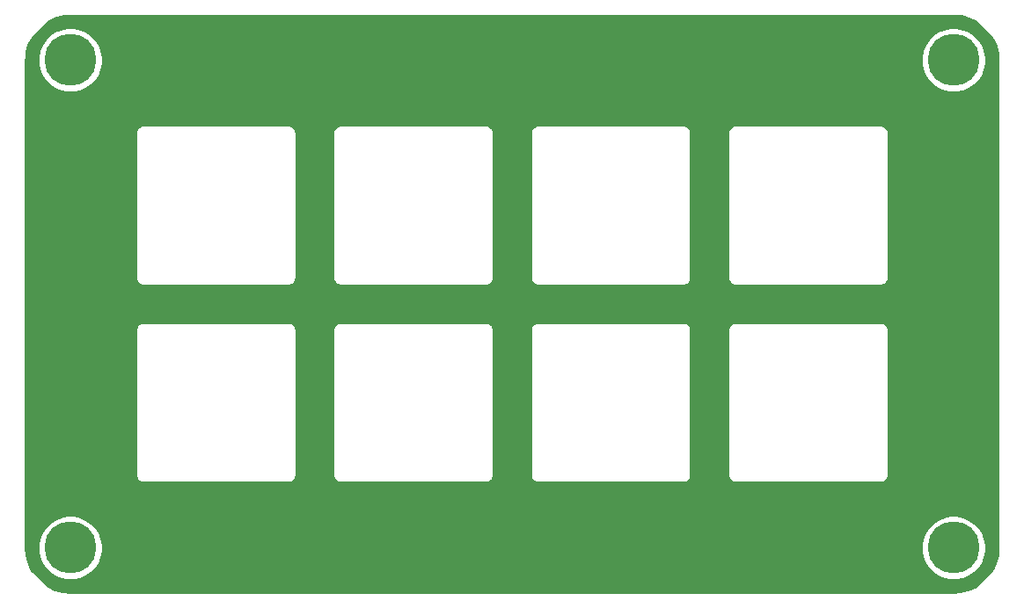
<source format=gbr>
G04 #@! TF.GenerationSoftware,KiCad,Pcbnew,5.1.2-f72e74a~84~ubuntu18.04.1*
G04 #@! TF.CreationDate,2019-06-08T15:54:07-04:00*
G04 #@! TF.ProjectId,8-key-top-plate-1.2,382d6b65-792d-4746-9f70-2d706c617465,rev?*
G04 #@! TF.SameCoordinates,Original*
G04 #@! TF.FileFunction,Copper,L2,Bot*
G04 #@! TF.FilePolarity,Positive*
%FSLAX46Y46*%
G04 Gerber Fmt 4.6, Leading zero omitted, Abs format (unit mm)*
G04 Created by KiCad (PCBNEW 5.1.2-f72e74a~84~ubuntu18.04.1) date 2019-06-08 15:54:07*
%MOMM*%
%LPD*%
G04 APERTURE LIST*
%ADD10C,5.000000*%
%ADD11C,0.254000*%
G04 APERTURE END LIST*
D10*
X226000000Y-74000000D03*
X226000000Y-121000000D03*
X141000000Y-121000000D03*
X141000000Y-74000000D03*
D11*
G36*
X226759192Y-69780578D02*
G01*
X227494389Y-69981705D01*
X228082717Y-70262323D01*
X229758332Y-71937938D01*
X230063251Y-72632561D01*
X230242499Y-73379183D01*
X230290000Y-74026030D01*
X230290001Y-120968370D01*
X230219422Y-121759193D01*
X230018295Y-122494389D01*
X229737677Y-123082717D01*
X228062063Y-124758331D01*
X227367439Y-125063251D01*
X226620819Y-125242499D01*
X225973970Y-125290000D01*
X141031618Y-125290000D01*
X140240807Y-125219422D01*
X139505611Y-125018295D01*
X138917283Y-124737677D01*
X137241669Y-123062063D01*
X136936749Y-122367439D01*
X136757501Y-121620819D01*
X136710000Y-120973970D01*
X136710000Y-120691229D01*
X137865000Y-120691229D01*
X137865000Y-121308771D01*
X137985476Y-121914446D01*
X138221799Y-122484979D01*
X138564886Y-122998446D01*
X139001554Y-123435114D01*
X139515021Y-123778201D01*
X140085554Y-124014524D01*
X140691229Y-124135000D01*
X141308771Y-124135000D01*
X141914446Y-124014524D01*
X142484979Y-123778201D01*
X142998446Y-123435114D01*
X143435114Y-122998446D01*
X143778201Y-122484979D01*
X144014524Y-121914446D01*
X144135000Y-121308771D01*
X144135000Y-120691229D01*
X222865000Y-120691229D01*
X222865000Y-121308771D01*
X222985476Y-121914446D01*
X223221799Y-122484979D01*
X223564886Y-122998446D01*
X224001554Y-123435114D01*
X224515021Y-123778201D01*
X225085554Y-124014524D01*
X225691229Y-124135000D01*
X226308771Y-124135000D01*
X226914446Y-124014524D01*
X227484979Y-123778201D01*
X227998446Y-123435114D01*
X228435114Y-122998446D01*
X228778201Y-122484979D01*
X229014524Y-121914446D01*
X229135000Y-121308771D01*
X229135000Y-120691229D01*
X229014524Y-120085554D01*
X228778201Y-119515021D01*
X228435114Y-119001554D01*
X227998446Y-118564886D01*
X227484979Y-118221799D01*
X226914446Y-117985476D01*
X226308771Y-117865000D01*
X225691229Y-117865000D01*
X225085554Y-117985476D01*
X224515021Y-118221799D01*
X224001554Y-118564886D01*
X223564886Y-119001554D01*
X223221799Y-119515021D01*
X222985476Y-120085554D01*
X222865000Y-120691229D01*
X144135000Y-120691229D01*
X144014524Y-120085554D01*
X143778201Y-119515021D01*
X143435114Y-119001554D01*
X142998446Y-118564886D01*
X142484979Y-118221799D01*
X141914446Y-117985476D01*
X141308771Y-117865000D01*
X140691229Y-117865000D01*
X140085554Y-117985476D01*
X139515021Y-118221799D01*
X139001554Y-118564886D01*
X138564886Y-119001554D01*
X138221799Y-119515021D01*
X137985476Y-120085554D01*
X137865000Y-120691229D01*
X136710000Y-120691229D01*
X136710000Y-100000000D01*
X147261444Y-100000000D01*
X147265000Y-100036105D01*
X147265001Y-113963885D01*
X147261444Y-114000000D01*
X147275635Y-114144085D01*
X147317663Y-114282633D01*
X147385913Y-114410320D01*
X147477762Y-114522238D01*
X147589680Y-114614087D01*
X147717367Y-114682337D01*
X147855915Y-114724365D01*
X147963895Y-114735000D01*
X148000000Y-114738556D01*
X148036105Y-114735000D01*
X161963895Y-114735000D01*
X162000000Y-114738556D01*
X162036105Y-114735000D01*
X162144085Y-114724365D01*
X162282633Y-114682337D01*
X162410320Y-114614087D01*
X162522238Y-114522238D01*
X162614087Y-114410320D01*
X162682337Y-114282633D01*
X162724365Y-114144085D01*
X162738556Y-114000000D01*
X162735000Y-113963895D01*
X162735000Y-100036105D01*
X162738556Y-100000000D01*
X166261444Y-100000000D01*
X166265000Y-100036105D01*
X166265001Y-113963885D01*
X166261444Y-114000000D01*
X166275635Y-114144085D01*
X166317663Y-114282633D01*
X166385913Y-114410320D01*
X166477762Y-114522238D01*
X166589680Y-114614087D01*
X166717367Y-114682337D01*
X166855915Y-114724365D01*
X166963895Y-114735000D01*
X167000000Y-114738556D01*
X167036105Y-114735000D01*
X180963895Y-114735000D01*
X181000000Y-114738556D01*
X181036105Y-114735000D01*
X181144085Y-114724365D01*
X181282633Y-114682337D01*
X181410320Y-114614087D01*
X181522238Y-114522238D01*
X181614087Y-114410320D01*
X181682337Y-114282633D01*
X181724365Y-114144085D01*
X181738556Y-114000000D01*
X181735000Y-113963895D01*
X181735000Y-100036105D01*
X181738556Y-100000000D01*
X185261444Y-100000000D01*
X185265000Y-100036105D01*
X185265001Y-113963885D01*
X185261444Y-114000000D01*
X185275635Y-114144085D01*
X185317663Y-114282633D01*
X185385913Y-114410320D01*
X185477762Y-114522238D01*
X185589680Y-114614087D01*
X185717367Y-114682337D01*
X185855915Y-114724365D01*
X185963895Y-114735000D01*
X186000000Y-114738556D01*
X186036105Y-114735000D01*
X199963895Y-114735000D01*
X200000000Y-114738556D01*
X200036105Y-114735000D01*
X200144085Y-114724365D01*
X200282633Y-114682337D01*
X200410320Y-114614087D01*
X200522238Y-114522238D01*
X200614087Y-114410320D01*
X200682337Y-114282633D01*
X200724365Y-114144085D01*
X200738556Y-114000000D01*
X200735000Y-113963895D01*
X200735000Y-100036105D01*
X200738556Y-100000000D01*
X204261444Y-100000000D01*
X204265000Y-100036105D01*
X204265001Y-113963885D01*
X204261444Y-114000000D01*
X204275635Y-114144085D01*
X204317663Y-114282633D01*
X204385913Y-114410320D01*
X204477762Y-114522238D01*
X204589680Y-114614087D01*
X204717367Y-114682337D01*
X204855915Y-114724365D01*
X204963895Y-114735000D01*
X205000000Y-114738556D01*
X205036105Y-114735000D01*
X218963895Y-114735000D01*
X219000000Y-114738556D01*
X219036105Y-114735000D01*
X219144085Y-114724365D01*
X219282633Y-114682337D01*
X219410320Y-114614087D01*
X219522238Y-114522238D01*
X219614087Y-114410320D01*
X219682337Y-114282633D01*
X219724365Y-114144085D01*
X219738556Y-114000000D01*
X219735000Y-113963895D01*
X219735000Y-100036105D01*
X219738556Y-100000000D01*
X219724365Y-99855915D01*
X219682337Y-99717367D01*
X219614087Y-99589680D01*
X219522238Y-99477762D01*
X219410320Y-99385913D01*
X219282633Y-99317663D01*
X219144085Y-99275635D01*
X219036105Y-99265000D01*
X219000000Y-99261444D01*
X218963895Y-99265000D01*
X205036105Y-99265000D01*
X205000000Y-99261444D01*
X204963895Y-99265000D01*
X204855915Y-99275635D01*
X204717367Y-99317663D01*
X204589680Y-99385913D01*
X204477762Y-99477762D01*
X204385913Y-99589680D01*
X204317663Y-99717367D01*
X204275635Y-99855915D01*
X204261444Y-100000000D01*
X200738556Y-100000000D01*
X200724365Y-99855915D01*
X200682337Y-99717367D01*
X200614087Y-99589680D01*
X200522238Y-99477762D01*
X200410320Y-99385913D01*
X200282633Y-99317663D01*
X200144085Y-99275635D01*
X200036105Y-99265000D01*
X200000000Y-99261444D01*
X199963895Y-99265000D01*
X186036105Y-99265000D01*
X186000000Y-99261444D01*
X185963895Y-99265000D01*
X185855915Y-99275635D01*
X185717367Y-99317663D01*
X185589680Y-99385913D01*
X185477762Y-99477762D01*
X185385913Y-99589680D01*
X185317663Y-99717367D01*
X185275635Y-99855915D01*
X185261444Y-100000000D01*
X181738556Y-100000000D01*
X181724365Y-99855915D01*
X181682337Y-99717367D01*
X181614087Y-99589680D01*
X181522238Y-99477762D01*
X181410320Y-99385913D01*
X181282633Y-99317663D01*
X181144085Y-99275635D01*
X181036105Y-99265000D01*
X181000000Y-99261444D01*
X180963895Y-99265000D01*
X167036105Y-99265000D01*
X167000000Y-99261444D01*
X166963895Y-99265000D01*
X166855915Y-99275635D01*
X166717367Y-99317663D01*
X166589680Y-99385913D01*
X166477762Y-99477762D01*
X166385913Y-99589680D01*
X166317663Y-99717367D01*
X166275635Y-99855915D01*
X166261444Y-100000000D01*
X162738556Y-100000000D01*
X162724365Y-99855915D01*
X162682337Y-99717367D01*
X162614087Y-99589680D01*
X162522238Y-99477762D01*
X162410320Y-99385913D01*
X162282633Y-99317663D01*
X162144085Y-99275635D01*
X162036105Y-99265000D01*
X162000000Y-99261444D01*
X161963895Y-99265000D01*
X148036105Y-99265000D01*
X148000000Y-99261444D01*
X147963895Y-99265000D01*
X147855915Y-99275635D01*
X147717367Y-99317663D01*
X147589680Y-99385913D01*
X147477762Y-99477762D01*
X147385913Y-99589680D01*
X147317663Y-99717367D01*
X147275635Y-99855915D01*
X147261444Y-100000000D01*
X136710000Y-100000000D01*
X136710000Y-81000000D01*
X147261444Y-81000000D01*
X147265000Y-81036105D01*
X147265001Y-94963885D01*
X147261444Y-95000000D01*
X147275635Y-95144085D01*
X147317663Y-95282633D01*
X147385913Y-95410320D01*
X147477762Y-95522238D01*
X147589680Y-95614087D01*
X147717367Y-95682337D01*
X147855915Y-95724365D01*
X147963895Y-95735000D01*
X148000000Y-95738556D01*
X148036105Y-95735000D01*
X161963895Y-95735000D01*
X162000000Y-95738556D01*
X162036105Y-95735000D01*
X162144085Y-95724365D01*
X162282633Y-95682337D01*
X162410320Y-95614087D01*
X162522238Y-95522238D01*
X162614087Y-95410320D01*
X162682337Y-95282633D01*
X162724365Y-95144085D01*
X162738556Y-95000000D01*
X162735000Y-94963895D01*
X162735000Y-81036105D01*
X162738556Y-81000000D01*
X166261444Y-81000000D01*
X166265000Y-81036105D01*
X166265001Y-94963885D01*
X166261444Y-95000000D01*
X166275635Y-95144085D01*
X166317663Y-95282633D01*
X166385913Y-95410320D01*
X166477762Y-95522238D01*
X166589680Y-95614087D01*
X166717367Y-95682337D01*
X166855915Y-95724365D01*
X166963895Y-95735000D01*
X167000000Y-95738556D01*
X167036105Y-95735000D01*
X180963895Y-95735000D01*
X181000000Y-95738556D01*
X181036105Y-95735000D01*
X181144085Y-95724365D01*
X181282633Y-95682337D01*
X181410320Y-95614087D01*
X181522238Y-95522238D01*
X181614087Y-95410320D01*
X181682337Y-95282633D01*
X181724365Y-95144085D01*
X181738556Y-95000000D01*
X181735000Y-94963895D01*
X181735000Y-81036105D01*
X181738556Y-81000000D01*
X185261444Y-81000000D01*
X185265000Y-81036105D01*
X185265001Y-94963885D01*
X185261444Y-95000000D01*
X185275635Y-95144085D01*
X185317663Y-95282633D01*
X185385913Y-95410320D01*
X185477762Y-95522238D01*
X185589680Y-95614087D01*
X185717367Y-95682337D01*
X185855915Y-95724365D01*
X185963895Y-95735000D01*
X186000000Y-95738556D01*
X186036105Y-95735000D01*
X199963895Y-95735000D01*
X200000000Y-95738556D01*
X200036105Y-95735000D01*
X200144085Y-95724365D01*
X200282633Y-95682337D01*
X200410320Y-95614087D01*
X200522238Y-95522238D01*
X200614087Y-95410320D01*
X200682337Y-95282633D01*
X200724365Y-95144085D01*
X200738556Y-95000000D01*
X200735000Y-94963895D01*
X200735000Y-81036105D01*
X200738556Y-81000000D01*
X204261444Y-81000000D01*
X204265000Y-81036105D01*
X204265001Y-94963885D01*
X204261444Y-95000000D01*
X204275635Y-95144085D01*
X204317663Y-95282633D01*
X204385913Y-95410320D01*
X204477762Y-95522238D01*
X204589680Y-95614087D01*
X204717367Y-95682337D01*
X204855915Y-95724365D01*
X204963895Y-95735000D01*
X205000000Y-95738556D01*
X205036105Y-95735000D01*
X218963895Y-95735000D01*
X219000000Y-95738556D01*
X219036105Y-95735000D01*
X219144085Y-95724365D01*
X219282633Y-95682337D01*
X219410320Y-95614087D01*
X219522238Y-95522238D01*
X219614087Y-95410320D01*
X219682337Y-95282633D01*
X219724365Y-95144085D01*
X219738556Y-95000000D01*
X219735000Y-94963895D01*
X219735000Y-81036105D01*
X219738556Y-81000000D01*
X219724365Y-80855915D01*
X219682337Y-80717367D01*
X219614087Y-80589680D01*
X219522238Y-80477762D01*
X219410320Y-80385913D01*
X219282633Y-80317663D01*
X219144085Y-80275635D01*
X219036105Y-80265000D01*
X219000000Y-80261444D01*
X218963895Y-80265000D01*
X205036105Y-80265000D01*
X205000000Y-80261444D01*
X204963895Y-80265000D01*
X204855915Y-80275635D01*
X204717367Y-80317663D01*
X204589680Y-80385913D01*
X204477762Y-80477762D01*
X204385913Y-80589680D01*
X204317663Y-80717367D01*
X204275635Y-80855915D01*
X204261444Y-81000000D01*
X200738556Y-81000000D01*
X200724365Y-80855915D01*
X200682337Y-80717367D01*
X200614087Y-80589680D01*
X200522238Y-80477762D01*
X200410320Y-80385913D01*
X200282633Y-80317663D01*
X200144085Y-80275635D01*
X200036105Y-80265000D01*
X200000000Y-80261444D01*
X199963895Y-80265000D01*
X186036105Y-80265000D01*
X186000000Y-80261444D01*
X185963895Y-80265000D01*
X185855915Y-80275635D01*
X185717367Y-80317663D01*
X185589680Y-80385913D01*
X185477762Y-80477762D01*
X185385913Y-80589680D01*
X185317663Y-80717367D01*
X185275635Y-80855915D01*
X185261444Y-81000000D01*
X181738556Y-81000000D01*
X181724365Y-80855915D01*
X181682337Y-80717367D01*
X181614087Y-80589680D01*
X181522238Y-80477762D01*
X181410320Y-80385913D01*
X181282633Y-80317663D01*
X181144085Y-80275635D01*
X181036105Y-80265000D01*
X181000000Y-80261444D01*
X180963895Y-80265000D01*
X167036105Y-80265000D01*
X167000000Y-80261444D01*
X166963895Y-80265000D01*
X166855915Y-80275635D01*
X166717367Y-80317663D01*
X166589680Y-80385913D01*
X166477762Y-80477762D01*
X166385913Y-80589680D01*
X166317663Y-80717367D01*
X166275635Y-80855915D01*
X166261444Y-81000000D01*
X162738556Y-81000000D01*
X162724365Y-80855915D01*
X162682337Y-80717367D01*
X162614087Y-80589680D01*
X162522238Y-80477762D01*
X162410320Y-80385913D01*
X162282633Y-80317663D01*
X162144085Y-80275635D01*
X162036105Y-80265000D01*
X162000000Y-80261444D01*
X161963895Y-80265000D01*
X148036105Y-80265000D01*
X148000000Y-80261444D01*
X147963895Y-80265000D01*
X147855915Y-80275635D01*
X147717367Y-80317663D01*
X147589680Y-80385913D01*
X147477762Y-80477762D01*
X147385913Y-80589680D01*
X147317663Y-80717367D01*
X147275635Y-80855915D01*
X147261444Y-81000000D01*
X136710000Y-81000000D01*
X136710000Y-74031618D01*
X136740378Y-73691229D01*
X137865000Y-73691229D01*
X137865000Y-74308771D01*
X137985476Y-74914446D01*
X138221799Y-75484979D01*
X138564886Y-75998446D01*
X139001554Y-76435114D01*
X139515021Y-76778201D01*
X140085554Y-77014524D01*
X140691229Y-77135000D01*
X141308771Y-77135000D01*
X141914446Y-77014524D01*
X142484979Y-76778201D01*
X142998446Y-76435114D01*
X143435114Y-75998446D01*
X143778201Y-75484979D01*
X144014524Y-74914446D01*
X144135000Y-74308771D01*
X144135000Y-73691229D01*
X222865000Y-73691229D01*
X222865000Y-74308771D01*
X222985476Y-74914446D01*
X223221799Y-75484979D01*
X223564886Y-75998446D01*
X224001554Y-76435114D01*
X224515021Y-76778201D01*
X225085554Y-77014524D01*
X225691229Y-77135000D01*
X226308771Y-77135000D01*
X226914446Y-77014524D01*
X227484979Y-76778201D01*
X227998446Y-76435114D01*
X228435114Y-75998446D01*
X228778201Y-75484979D01*
X229014524Y-74914446D01*
X229135000Y-74308771D01*
X229135000Y-73691229D01*
X229014524Y-73085554D01*
X228778201Y-72515021D01*
X228435114Y-72001554D01*
X227998446Y-71564886D01*
X227484979Y-71221799D01*
X226914446Y-70985476D01*
X226308771Y-70865000D01*
X225691229Y-70865000D01*
X225085554Y-70985476D01*
X224515021Y-71221799D01*
X224001554Y-71564886D01*
X223564886Y-72001554D01*
X223221799Y-72515021D01*
X222985476Y-73085554D01*
X222865000Y-73691229D01*
X144135000Y-73691229D01*
X144014524Y-73085554D01*
X143778201Y-72515021D01*
X143435114Y-72001554D01*
X142998446Y-71564886D01*
X142484979Y-71221799D01*
X141914446Y-70985476D01*
X141308771Y-70865000D01*
X140691229Y-70865000D01*
X140085554Y-70985476D01*
X139515021Y-71221799D01*
X139001554Y-71564886D01*
X138564886Y-72001554D01*
X138221799Y-72515021D01*
X137985476Y-73085554D01*
X137865000Y-73691229D01*
X136740378Y-73691229D01*
X136780578Y-73240808D01*
X136981705Y-72505611D01*
X137262323Y-71917283D01*
X138937938Y-70241668D01*
X139632561Y-69936749D01*
X140379183Y-69757501D01*
X141026030Y-69710000D01*
X225968382Y-69710000D01*
X226759192Y-69780578D01*
X226759192Y-69780578D01*
G37*
X226759192Y-69780578D02*
X227494389Y-69981705D01*
X228082717Y-70262323D01*
X229758332Y-71937938D01*
X230063251Y-72632561D01*
X230242499Y-73379183D01*
X230290000Y-74026030D01*
X230290001Y-120968370D01*
X230219422Y-121759193D01*
X230018295Y-122494389D01*
X229737677Y-123082717D01*
X228062063Y-124758331D01*
X227367439Y-125063251D01*
X226620819Y-125242499D01*
X225973970Y-125290000D01*
X141031618Y-125290000D01*
X140240807Y-125219422D01*
X139505611Y-125018295D01*
X138917283Y-124737677D01*
X137241669Y-123062063D01*
X136936749Y-122367439D01*
X136757501Y-121620819D01*
X136710000Y-120973970D01*
X136710000Y-120691229D01*
X137865000Y-120691229D01*
X137865000Y-121308771D01*
X137985476Y-121914446D01*
X138221799Y-122484979D01*
X138564886Y-122998446D01*
X139001554Y-123435114D01*
X139515021Y-123778201D01*
X140085554Y-124014524D01*
X140691229Y-124135000D01*
X141308771Y-124135000D01*
X141914446Y-124014524D01*
X142484979Y-123778201D01*
X142998446Y-123435114D01*
X143435114Y-122998446D01*
X143778201Y-122484979D01*
X144014524Y-121914446D01*
X144135000Y-121308771D01*
X144135000Y-120691229D01*
X222865000Y-120691229D01*
X222865000Y-121308771D01*
X222985476Y-121914446D01*
X223221799Y-122484979D01*
X223564886Y-122998446D01*
X224001554Y-123435114D01*
X224515021Y-123778201D01*
X225085554Y-124014524D01*
X225691229Y-124135000D01*
X226308771Y-124135000D01*
X226914446Y-124014524D01*
X227484979Y-123778201D01*
X227998446Y-123435114D01*
X228435114Y-122998446D01*
X228778201Y-122484979D01*
X229014524Y-121914446D01*
X229135000Y-121308771D01*
X229135000Y-120691229D01*
X229014524Y-120085554D01*
X228778201Y-119515021D01*
X228435114Y-119001554D01*
X227998446Y-118564886D01*
X227484979Y-118221799D01*
X226914446Y-117985476D01*
X226308771Y-117865000D01*
X225691229Y-117865000D01*
X225085554Y-117985476D01*
X224515021Y-118221799D01*
X224001554Y-118564886D01*
X223564886Y-119001554D01*
X223221799Y-119515021D01*
X222985476Y-120085554D01*
X222865000Y-120691229D01*
X144135000Y-120691229D01*
X144014524Y-120085554D01*
X143778201Y-119515021D01*
X143435114Y-119001554D01*
X142998446Y-118564886D01*
X142484979Y-118221799D01*
X141914446Y-117985476D01*
X141308771Y-117865000D01*
X140691229Y-117865000D01*
X140085554Y-117985476D01*
X139515021Y-118221799D01*
X139001554Y-118564886D01*
X138564886Y-119001554D01*
X138221799Y-119515021D01*
X137985476Y-120085554D01*
X137865000Y-120691229D01*
X136710000Y-120691229D01*
X136710000Y-100000000D01*
X147261444Y-100000000D01*
X147265000Y-100036105D01*
X147265001Y-113963885D01*
X147261444Y-114000000D01*
X147275635Y-114144085D01*
X147317663Y-114282633D01*
X147385913Y-114410320D01*
X147477762Y-114522238D01*
X147589680Y-114614087D01*
X147717367Y-114682337D01*
X147855915Y-114724365D01*
X147963895Y-114735000D01*
X148000000Y-114738556D01*
X148036105Y-114735000D01*
X161963895Y-114735000D01*
X162000000Y-114738556D01*
X162036105Y-114735000D01*
X162144085Y-114724365D01*
X162282633Y-114682337D01*
X162410320Y-114614087D01*
X162522238Y-114522238D01*
X162614087Y-114410320D01*
X162682337Y-114282633D01*
X162724365Y-114144085D01*
X162738556Y-114000000D01*
X162735000Y-113963895D01*
X162735000Y-100036105D01*
X162738556Y-100000000D01*
X166261444Y-100000000D01*
X166265000Y-100036105D01*
X166265001Y-113963885D01*
X166261444Y-114000000D01*
X166275635Y-114144085D01*
X166317663Y-114282633D01*
X166385913Y-114410320D01*
X166477762Y-114522238D01*
X166589680Y-114614087D01*
X166717367Y-114682337D01*
X166855915Y-114724365D01*
X166963895Y-114735000D01*
X167000000Y-114738556D01*
X167036105Y-114735000D01*
X180963895Y-114735000D01*
X181000000Y-114738556D01*
X181036105Y-114735000D01*
X181144085Y-114724365D01*
X181282633Y-114682337D01*
X181410320Y-114614087D01*
X181522238Y-114522238D01*
X181614087Y-114410320D01*
X181682337Y-114282633D01*
X181724365Y-114144085D01*
X181738556Y-114000000D01*
X181735000Y-113963895D01*
X181735000Y-100036105D01*
X181738556Y-100000000D01*
X185261444Y-100000000D01*
X185265000Y-100036105D01*
X185265001Y-113963885D01*
X185261444Y-114000000D01*
X185275635Y-114144085D01*
X185317663Y-114282633D01*
X185385913Y-114410320D01*
X185477762Y-114522238D01*
X185589680Y-114614087D01*
X185717367Y-114682337D01*
X185855915Y-114724365D01*
X185963895Y-114735000D01*
X186000000Y-114738556D01*
X186036105Y-114735000D01*
X199963895Y-114735000D01*
X200000000Y-114738556D01*
X200036105Y-114735000D01*
X200144085Y-114724365D01*
X200282633Y-114682337D01*
X200410320Y-114614087D01*
X200522238Y-114522238D01*
X200614087Y-114410320D01*
X200682337Y-114282633D01*
X200724365Y-114144085D01*
X200738556Y-114000000D01*
X200735000Y-113963895D01*
X200735000Y-100036105D01*
X200738556Y-100000000D01*
X204261444Y-100000000D01*
X204265000Y-100036105D01*
X204265001Y-113963885D01*
X204261444Y-114000000D01*
X204275635Y-114144085D01*
X204317663Y-114282633D01*
X204385913Y-114410320D01*
X204477762Y-114522238D01*
X204589680Y-114614087D01*
X204717367Y-114682337D01*
X204855915Y-114724365D01*
X204963895Y-114735000D01*
X205000000Y-114738556D01*
X205036105Y-114735000D01*
X218963895Y-114735000D01*
X219000000Y-114738556D01*
X219036105Y-114735000D01*
X219144085Y-114724365D01*
X219282633Y-114682337D01*
X219410320Y-114614087D01*
X219522238Y-114522238D01*
X219614087Y-114410320D01*
X219682337Y-114282633D01*
X219724365Y-114144085D01*
X219738556Y-114000000D01*
X219735000Y-113963895D01*
X219735000Y-100036105D01*
X219738556Y-100000000D01*
X219724365Y-99855915D01*
X219682337Y-99717367D01*
X219614087Y-99589680D01*
X219522238Y-99477762D01*
X219410320Y-99385913D01*
X219282633Y-99317663D01*
X219144085Y-99275635D01*
X219036105Y-99265000D01*
X219000000Y-99261444D01*
X218963895Y-99265000D01*
X205036105Y-99265000D01*
X205000000Y-99261444D01*
X204963895Y-99265000D01*
X204855915Y-99275635D01*
X204717367Y-99317663D01*
X204589680Y-99385913D01*
X204477762Y-99477762D01*
X204385913Y-99589680D01*
X204317663Y-99717367D01*
X204275635Y-99855915D01*
X204261444Y-100000000D01*
X200738556Y-100000000D01*
X200724365Y-99855915D01*
X200682337Y-99717367D01*
X200614087Y-99589680D01*
X200522238Y-99477762D01*
X200410320Y-99385913D01*
X200282633Y-99317663D01*
X200144085Y-99275635D01*
X200036105Y-99265000D01*
X200000000Y-99261444D01*
X199963895Y-99265000D01*
X186036105Y-99265000D01*
X186000000Y-99261444D01*
X185963895Y-99265000D01*
X185855915Y-99275635D01*
X185717367Y-99317663D01*
X185589680Y-99385913D01*
X185477762Y-99477762D01*
X185385913Y-99589680D01*
X185317663Y-99717367D01*
X185275635Y-99855915D01*
X185261444Y-100000000D01*
X181738556Y-100000000D01*
X181724365Y-99855915D01*
X181682337Y-99717367D01*
X181614087Y-99589680D01*
X181522238Y-99477762D01*
X181410320Y-99385913D01*
X181282633Y-99317663D01*
X181144085Y-99275635D01*
X181036105Y-99265000D01*
X181000000Y-99261444D01*
X180963895Y-99265000D01*
X167036105Y-99265000D01*
X167000000Y-99261444D01*
X166963895Y-99265000D01*
X166855915Y-99275635D01*
X166717367Y-99317663D01*
X166589680Y-99385913D01*
X166477762Y-99477762D01*
X166385913Y-99589680D01*
X166317663Y-99717367D01*
X166275635Y-99855915D01*
X166261444Y-100000000D01*
X162738556Y-100000000D01*
X162724365Y-99855915D01*
X162682337Y-99717367D01*
X162614087Y-99589680D01*
X162522238Y-99477762D01*
X162410320Y-99385913D01*
X162282633Y-99317663D01*
X162144085Y-99275635D01*
X162036105Y-99265000D01*
X162000000Y-99261444D01*
X161963895Y-99265000D01*
X148036105Y-99265000D01*
X148000000Y-99261444D01*
X147963895Y-99265000D01*
X147855915Y-99275635D01*
X147717367Y-99317663D01*
X147589680Y-99385913D01*
X147477762Y-99477762D01*
X147385913Y-99589680D01*
X147317663Y-99717367D01*
X147275635Y-99855915D01*
X147261444Y-100000000D01*
X136710000Y-100000000D01*
X136710000Y-81000000D01*
X147261444Y-81000000D01*
X147265000Y-81036105D01*
X147265001Y-94963885D01*
X147261444Y-95000000D01*
X147275635Y-95144085D01*
X147317663Y-95282633D01*
X147385913Y-95410320D01*
X147477762Y-95522238D01*
X147589680Y-95614087D01*
X147717367Y-95682337D01*
X147855915Y-95724365D01*
X147963895Y-95735000D01*
X148000000Y-95738556D01*
X148036105Y-95735000D01*
X161963895Y-95735000D01*
X162000000Y-95738556D01*
X162036105Y-95735000D01*
X162144085Y-95724365D01*
X162282633Y-95682337D01*
X162410320Y-95614087D01*
X162522238Y-95522238D01*
X162614087Y-95410320D01*
X162682337Y-95282633D01*
X162724365Y-95144085D01*
X162738556Y-95000000D01*
X162735000Y-94963895D01*
X162735000Y-81036105D01*
X162738556Y-81000000D01*
X166261444Y-81000000D01*
X166265000Y-81036105D01*
X166265001Y-94963885D01*
X166261444Y-95000000D01*
X166275635Y-95144085D01*
X166317663Y-95282633D01*
X166385913Y-95410320D01*
X166477762Y-95522238D01*
X166589680Y-95614087D01*
X166717367Y-95682337D01*
X166855915Y-95724365D01*
X166963895Y-95735000D01*
X167000000Y-95738556D01*
X167036105Y-95735000D01*
X180963895Y-95735000D01*
X181000000Y-95738556D01*
X181036105Y-95735000D01*
X181144085Y-95724365D01*
X181282633Y-95682337D01*
X181410320Y-95614087D01*
X181522238Y-95522238D01*
X181614087Y-95410320D01*
X181682337Y-95282633D01*
X181724365Y-95144085D01*
X181738556Y-95000000D01*
X181735000Y-94963895D01*
X181735000Y-81036105D01*
X181738556Y-81000000D01*
X185261444Y-81000000D01*
X185265000Y-81036105D01*
X185265001Y-94963885D01*
X185261444Y-95000000D01*
X185275635Y-95144085D01*
X185317663Y-95282633D01*
X185385913Y-95410320D01*
X185477762Y-95522238D01*
X185589680Y-95614087D01*
X185717367Y-95682337D01*
X185855915Y-95724365D01*
X185963895Y-95735000D01*
X186000000Y-95738556D01*
X186036105Y-95735000D01*
X199963895Y-95735000D01*
X200000000Y-95738556D01*
X200036105Y-95735000D01*
X200144085Y-95724365D01*
X200282633Y-95682337D01*
X200410320Y-95614087D01*
X200522238Y-95522238D01*
X200614087Y-95410320D01*
X200682337Y-95282633D01*
X200724365Y-95144085D01*
X200738556Y-95000000D01*
X200735000Y-94963895D01*
X200735000Y-81036105D01*
X200738556Y-81000000D01*
X204261444Y-81000000D01*
X204265000Y-81036105D01*
X204265001Y-94963885D01*
X204261444Y-95000000D01*
X204275635Y-95144085D01*
X204317663Y-95282633D01*
X204385913Y-95410320D01*
X204477762Y-95522238D01*
X204589680Y-95614087D01*
X204717367Y-95682337D01*
X204855915Y-95724365D01*
X204963895Y-95735000D01*
X205000000Y-95738556D01*
X205036105Y-95735000D01*
X218963895Y-95735000D01*
X219000000Y-95738556D01*
X219036105Y-95735000D01*
X219144085Y-95724365D01*
X219282633Y-95682337D01*
X219410320Y-95614087D01*
X219522238Y-95522238D01*
X219614087Y-95410320D01*
X219682337Y-95282633D01*
X219724365Y-95144085D01*
X219738556Y-95000000D01*
X219735000Y-94963895D01*
X219735000Y-81036105D01*
X219738556Y-81000000D01*
X219724365Y-80855915D01*
X219682337Y-80717367D01*
X219614087Y-80589680D01*
X219522238Y-80477762D01*
X219410320Y-80385913D01*
X219282633Y-80317663D01*
X219144085Y-80275635D01*
X219036105Y-80265000D01*
X219000000Y-80261444D01*
X218963895Y-80265000D01*
X205036105Y-80265000D01*
X205000000Y-80261444D01*
X204963895Y-80265000D01*
X204855915Y-80275635D01*
X204717367Y-80317663D01*
X204589680Y-80385913D01*
X204477762Y-80477762D01*
X204385913Y-80589680D01*
X204317663Y-80717367D01*
X204275635Y-80855915D01*
X204261444Y-81000000D01*
X200738556Y-81000000D01*
X200724365Y-80855915D01*
X200682337Y-80717367D01*
X200614087Y-80589680D01*
X200522238Y-80477762D01*
X200410320Y-80385913D01*
X200282633Y-80317663D01*
X200144085Y-80275635D01*
X200036105Y-80265000D01*
X200000000Y-80261444D01*
X199963895Y-80265000D01*
X186036105Y-80265000D01*
X186000000Y-80261444D01*
X185963895Y-80265000D01*
X185855915Y-80275635D01*
X185717367Y-80317663D01*
X185589680Y-80385913D01*
X185477762Y-80477762D01*
X185385913Y-80589680D01*
X185317663Y-80717367D01*
X185275635Y-80855915D01*
X185261444Y-81000000D01*
X181738556Y-81000000D01*
X181724365Y-80855915D01*
X181682337Y-80717367D01*
X181614087Y-80589680D01*
X181522238Y-80477762D01*
X181410320Y-80385913D01*
X181282633Y-80317663D01*
X181144085Y-80275635D01*
X181036105Y-80265000D01*
X181000000Y-80261444D01*
X180963895Y-80265000D01*
X167036105Y-80265000D01*
X167000000Y-80261444D01*
X166963895Y-80265000D01*
X166855915Y-80275635D01*
X166717367Y-80317663D01*
X166589680Y-80385913D01*
X166477762Y-80477762D01*
X166385913Y-80589680D01*
X166317663Y-80717367D01*
X166275635Y-80855915D01*
X166261444Y-81000000D01*
X162738556Y-81000000D01*
X162724365Y-80855915D01*
X162682337Y-80717367D01*
X162614087Y-80589680D01*
X162522238Y-80477762D01*
X162410320Y-80385913D01*
X162282633Y-80317663D01*
X162144085Y-80275635D01*
X162036105Y-80265000D01*
X162000000Y-80261444D01*
X161963895Y-80265000D01*
X148036105Y-80265000D01*
X148000000Y-80261444D01*
X147963895Y-80265000D01*
X147855915Y-80275635D01*
X147717367Y-80317663D01*
X147589680Y-80385913D01*
X147477762Y-80477762D01*
X147385913Y-80589680D01*
X147317663Y-80717367D01*
X147275635Y-80855915D01*
X147261444Y-81000000D01*
X136710000Y-81000000D01*
X136710000Y-74031618D01*
X136740378Y-73691229D01*
X137865000Y-73691229D01*
X137865000Y-74308771D01*
X137985476Y-74914446D01*
X138221799Y-75484979D01*
X138564886Y-75998446D01*
X139001554Y-76435114D01*
X139515021Y-76778201D01*
X140085554Y-77014524D01*
X140691229Y-77135000D01*
X141308771Y-77135000D01*
X141914446Y-77014524D01*
X142484979Y-76778201D01*
X142998446Y-76435114D01*
X143435114Y-75998446D01*
X143778201Y-75484979D01*
X144014524Y-74914446D01*
X144135000Y-74308771D01*
X144135000Y-73691229D01*
X222865000Y-73691229D01*
X222865000Y-74308771D01*
X222985476Y-74914446D01*
X223221799Y-75484979D01*
X223564886Y-75998446D01*
X224001554Y-76435114D01*
X224515021Y-76778201D01*
X225085554Y-77014524D01*
X225691229Y-77135000D01*
X226308771Y-77135000D01*
X226914446Y-77014524D01*
X227484979Y-76778201D01*
X227998446Y-76435114D01*
X228435114Y-75998446D01*
X228778201Y-75484979D01*
X229014524Y-74914446D01*
X229135000Y-74308771D01*
X229135000Y-73691229D01*
X229014524Y-73085554D01*
X228778201Y-72515021D01*
X228435114Y-72001554D01*
X227998446Y-71564886D01*
X227484979Y-71221799D01*
X226914446Y-70985476D01*
X226308771Y-70865000D01*
X225691229Y-70865000D01*
X225085554Y-70985476D01*
X224515021Y-71221799D01*
X224001554Y-71564886D01*
X223564886Y-72001554D01*
X223221799Y-72515021D01*
X222985476Y-73085554D01*
X222865000Y-73691229D01*
X144135000Y-73691229D01*
X144014524Y-73085554D01*
X143778201Y-72515021D01*
X143435114Y-72001554D01*
X142998446Y-71564886D01*
X142484979Y-71221799D01*
X141914446Y-70985476D01*
X141308771Y-70865000D01*
X140691229Y-70865000D01*
X140085554Y-70985476D01*
X139515021Y-71221799D01*
X139001554Y-71564886D01*
X138564886Y-72001554D01*
X138221799Y-72515021D01*
X137985476Y-73085554D01*
X137865000Y-73691229D01*
X136740378Y-73691229D01*
X136780578Y-73240808D01*
X136981705Y-72505611D01*
X137262323Y-71917283D01*
X138937938Y-70241668D01*
X139632561Y-69936749D01*
X140379183Y-69757501D01*
X141026030Y-69710000D01*
X225968382Y-69710000D01*
X226759192Y-69780578D01*
M02*

</source>
